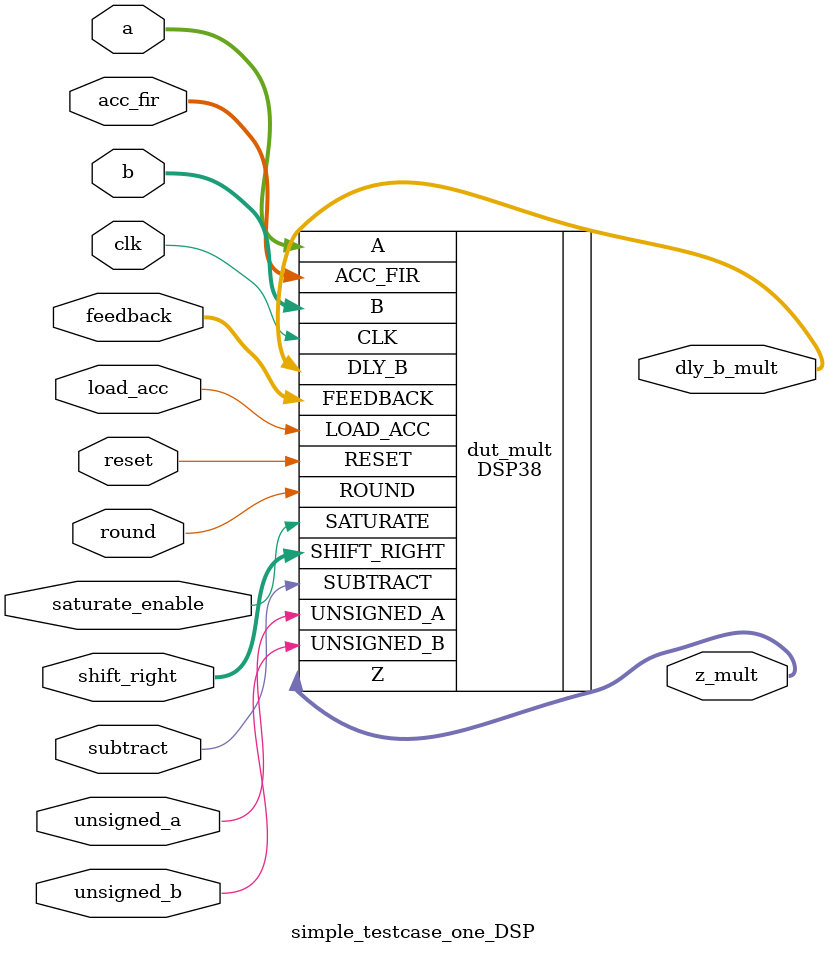
<source format=v>
module simple_testcase_one_DSP(
   input [19:0] a,            // 20-bit data input for multipluier or accumulator loading
   input [17:0] b,            // 18-bit data input for multiplication
   input [5:0] 	acc_fir,      // 6-bit left shift A input
   input         clk,         // Clock
   input         reset,       // None
   input [2:0] 	 feedback,    // 3-bit feedback input selects coefficient
   input         load_acc,    // Load accumulator input
   input         unsigned_a,  // Selects signed or unsigned data for A input
   input         unsigned_b,   // Selects signed or unsigned data for B input
   input         saturate_enable,  // Saturate enable
   input [5:0] 	 shift_right,      // 6-bit Shift right
   input         round,            // Round
   input         subtract,         // Add or subtract
   output [37:0] z_mult,           // 38-bit data output
   output [17:0] dly_b_mult);       // 18-bit B registered output

  DSP38 #(
           .DSP_MODE("MULTIPLY"),
           .OUTPUT_REG_EN("FALSE"),
           .INPUT_REG_EN("FALSE")
           ) dut_mult (
                  .A(a),
                  .B(b),
                  .ACC_FIR(acc_fir),
                  .Z(z_mult),
                  .DLY_B(dly_b_mult),
                  .CLK(clk),
                  .RESET(reset),
                  .FEEDBACK(feedback),
                  .LOAD_ACC(load_acc),
                  .UNSIGNED_A(unsigned_a),
                  .UNSIGNED_B(unsigned_b),
                  .SATURATE(saturate_enable),
                  .SHIFT_RIGHT(shift_right),
                  .ROUND(round),
                  .SUBTRACT(subtract)
                  );


endmodule

</source>
